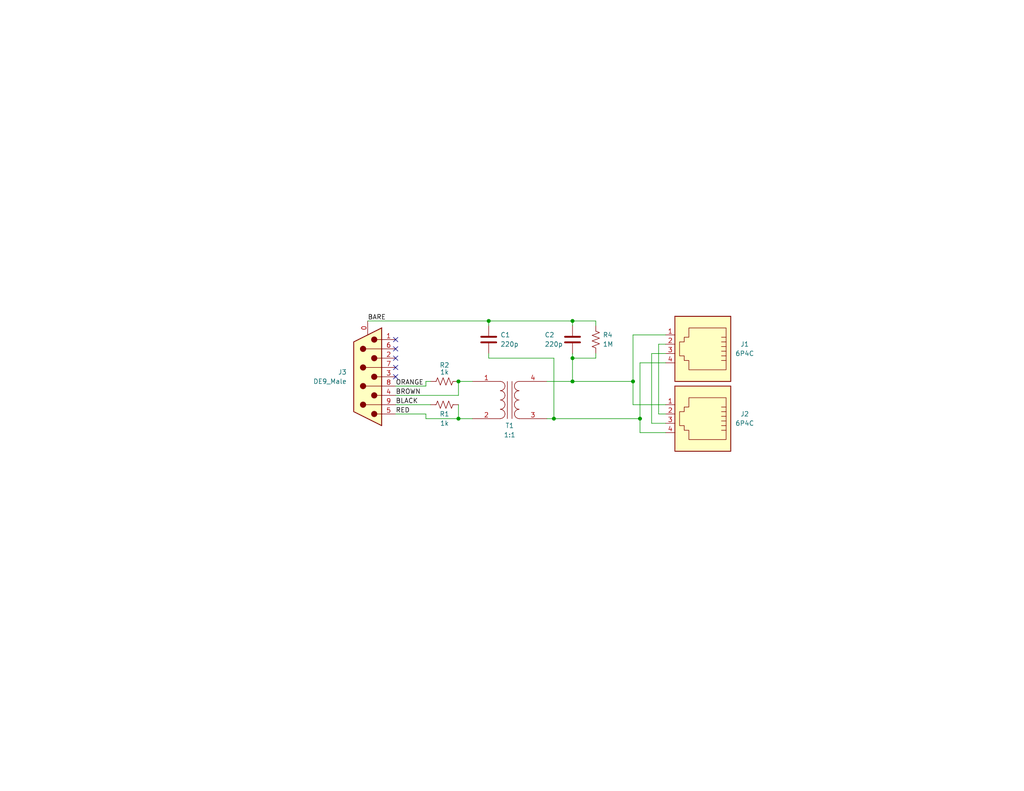
<source format=kicad_sch>
(kicad_sch (version 20230121) (generator eeschema)

  (uuid 2d4eaa37-8766-4075-9c24-8d7d77f60522)

  (paper "USLetter")

  (title_block
    (title "Digicard D-Net Box")
    (date "2024-01-09")
    (comment 2 "captured by Mark Aikens")
    (comment 3 "by Digicard")
    (comment 4 "Apple II networking card box")
  )

  (lib_symbols
    (symbol "Connector:6P4C" (pin_names (offset 1.016)) (in_bom yes) (on_board yes)
      (property "Reference" "J" (at -5.08 11.43 0)
        (effects (font (size 1.27 1.27)) (justify right))
      )
      (property "Value" "6P4C" (at 2.54 11.43 0)
        (effects (font (size 1.27 1.27)) (justify left))
      )
      (property "Footprint" "" (at 0 0.635 90)
        (effects (font (size 1.27 1.27)) hide)
      )
      (property "Datasheet" "~" (at 0 0.635 90)
        (effects (font (size 1.27 1.27)) hide)
      )
      (property "ki_keywords" "6P4C RJ socket connector" (at 0 0 0)
        (effects (font (size 1.27 1.27)) hide)
      )
      (property "ki_description" "RJ connector, 6P4C (6 positions 4 connected), RJ13/RJ14" (at 0 0 0)
        (effects (font (size 1.27 1.27)) hide)
      )
      (property "ki_fp_filters" "6P4C* RJ13* RJ14*" (at 0 0 0)
        (effects (font (size 1.27 1.27)) hide)
      )
      (symbol "6P4C_0_1"
        (polyline
          (pts
            (xy -6.35 -1.905)
            (xy -5.08 -1.905)
            (xy -5.08 -1.905)
          )
          (stroke (width 0) (type default))
          (fill (type none))
        )
        (polyline
          (pts
            (xy -6.35 -0.635)
            (xy -5.08 -0.635)
            (xy -5.08 -0.635)
          )
          (stroke (width 0) (type default))
          (fill (type none))
        )
        (polyline
          (pts
            (xy -6.35 0.635)
            (xy -5.08 0.635)
            (xy -5.08 0.635)
          )
          (stroke (width 0) (type default))
          (fill (type none))
        )
        (polyline
          (pts
            (xy -6.35 1.905)
            (xy -5.08 1.905)
            (xy -5.08 1.905)
          )
          (stroke (width 0) (type default))
          (fill (type none))
        )
        (polyline
          (pts
            (xy -6.35 3.175)
            (xy -5.08 3.175)
            (xy -5.08 3.175)
          )
          (stroke (width 0) (type default))
          (fill (type none))
        )
        (polyline
          (pts
            (xy -5.08 4.445)
            (xy -6.35 4.445)
            (xy -6.35 4.445)
          )
          (stroke (width 0) (type default))
          (fill (type none))
        )
        (polyline
          (pts
            (xy -6.35 -4.445)
            (xy -6.35 6.985)
            (xy 3.81 6.985)
            (xy 3.81 4.445)
            (xy 5.08 4.445)
            (xy 5.08 3.175)
            (xy 6.35 3.175)
            (xy 6.35 -0.635)
            (xy 5.08 -0.635)
            (xy 5.08 -1.905)
            (xy 3.81 -1.905)
            (xy 3.81 -4.445)
            (xy -6.35 -4.445)
            (xy -6.35 -4.445)
          )
          (stroke (width 0) (type default))
          (fill (type none))
        )
        (rectangle (start 7.62 10.16) (end -7.62 -7.62)
          (stroke (width 0.254) (type default))
          (fill (type background))
        )
      )
      (symbol "6P4C_1_1"
        (pin passive line (at 10.16 -2.54 180) (length 2.54)
          (name "~" (effects (font (size 1.27 1.27))))
          (number "1" (effects (font (size 1.27 1.27))))
        )
        (pin passive line (at 10.16 0 180) (length 2.54)
          (name "~" (effects (font (size 1.27 1.27))))
          (number "2" (effects (font (size 1.27 1.27))))
        )
        (pin passive line (at 10.16 2.54 180) (length 2.54)
          (name "~" (effects (font (size 1.27 1.27))))
          (number "3" (effects (font (size 1.27 1.27))))
        )
        (pin passive line (at 10.16 5.08 180) (length 2.54)
          (name "~" (effects (font (size 1.27 1.27))))
          (number "4" (effects (font (size 1.27 1.27))))
        )
      )
    )
    (symbol "Connector:DE9_Plug_MountingHoles" (pin_names (offset 1.016) hide) (in_bom yes) (on_board yes)
      (property "Reference" "J" (at 0 16.51 0)
        (effects (font (size 1.27 1.27)))
      )
      (property "Value" "DE9_Plug_MountingHoles" (at 0 14.605 0)
        (effects (font (size 1.27 1.27)))
      )
      (property "Footprint" "" (at 0 0 0)
        (effects (font (size 1.27 1.27)) hide)
      )
      (property "Datasheet" " ~" (at 0 0 0)
        (effects (font (size 1.27 1.27)) hide)
      )
      (property "ki_keywords" "connector plug male D-SUB DB9" (at 0 0 0)
        (effects (font (size 1.27 1.27)) hide)
      )
      (property "ki_description" "9-pin male plug pin D-SUB connector, Mounting Hole" (at 0 0 0)
        (effects (font (size 1.27 1.27)) hide)
      )
      (property "ki_fp_filters" "DSUB*Male*" (at 0 0 0)
        (effects (font (size 1.27 1.27)) hide)
      )
      (symbol "DE9_Plug_MountingHoles_0_1"
        (circle (center -1.778 -10.16) (radius 0.762)
          (stroke (width 0) (type default))
          (fill (type outline))
        )
        (circle (center -1.778 -5.08) (radius 0.762)
          (stroke (width 0) (type default))
          (fill (type outline))
        )
        (circle (center -1.778 0) (radius 0.762)
          (stroke (width 0) (type default))
          (fill (type outline))
        )
        (circle (center -1.778 5.08) (radius 0.762)
          (stroke (width 0) (type default))
          (fill (type outline))
        )
        (circle (center -1.778 10.16) (radius 0.762)
          (stroke (width 0) (type default))
          (fill (type outline))
        )
        (polyline
          (pts
            (xy -3.81 -10.16)
            (xy -2.54 -10.16)
          )
          (stroke (width 0) (type default))
          (fill (type none))
        )
        (polyline
          (pts
            (xy -3.81 -7.62)
            (xy 0.508 -7.62)
          )
          (stroke (width 0) (type default))
          (fill (type none))
        )
        (polyline
          (pts
            (xy -3.81 -5.08)
            (xy -2.54 -5.08)
          )
          (stroke (width 0) (type default))
          (fill (type none))
        )
        (polyline
          (pts
            (xy -3.81 -2.54)
            (xy 0.508 -2.54)
          )
          (stroke (width 0) (type default))
          (fill (type none))
        )
        (polyline
          (pts
            (xy -3.81 0)
            (xy -2.54 0)
          )
          (stroke (width 0) (type default))
          (fill (type none))
        )
        (polyline
          (pts
            (xy -3.81 2.54)
            (xy 0.508 2.54)
          )
          (stroke (width 0) (type default))
          (fill (type none))
        )
        (polyline
          (pts
            (xy -3.81 5.08)
            (xy -2.54 5.08)
          )
          (stroke (width 0) (type default))
          (fill (type none))
        )
        (polyline
          (pts
            (xy -3.81 7.62)
            (xy 0.508 7.62)
          )
          (stroke (width 0) (type default))
          (fill (type none))
        )
        (polyline
          (pts
            (xy -3.81 10.16)
            (xy -2.54 10.16)
          )
          (stroke (width 0) (type default))
          (fill (type none))
        )
        (polyline
          (pts
            (xy -3.81 -13.335)
            (xy -3.81 13.335)
            (xy 3.81 9.525)
            (xy 3.81 -9.525)
            (xy -3.81 -13.335)
          )
          (stroke (width 0.254) (type default))
          (fill (type background))
        )
        (circle (center 1.27 -7.62) (radius 0.762)
          (stroke (width 0) (type default))
          (fill (type outline))
        )
        (circle (center 1.27 -2.54) (radius 0.762)
          (stroke (width 0) (type default))
          (fill (type outline))
        )
        (circle (center 1.27 2.54) (radius 0.762)
          (stroke (width 0) (type default))
          (fill (type outline))
        )
        (circle (center 1.27 7.62) (radius 0.762)
          (stroke (width 0) (type default))
          (fill (type outline))
        )
      )
      (symbol "DE9_Plug_MountingHoles_1_1"
        (pin passive line (at 0 -15.24 90) (length 3.81)
          (name "PAD" (effects (font (size 1.27 1.27))))
          (number "0" (effects (font (size 1.27 1.27))))
        )
        (pin passive line (at -7.62 -10.16 0) (length 3.81)
          (name "1" (effects (font (size 1.27 1.27))))
          (number "1" (effects (font (size 1.27 1.27))))
        )
        (pin passive line (at -7.62 -5.08 0) (length 3.81)
          (name "2" (effects (font (size 1.27 1.27))))
          (number "2" (effects (font (size 1.27 1.27))))
        )
        (pin passive line (at -7.62 0 0) (length 3.81)
          (name "3" (effects (font (size 1.27 1.27))))
          (number "3" (effects (font (size 1.27 1.27))))
        )
        (pin passive line (at -7.62 5.08 0) (length 3.81)
          (name "4" (effects (font (size 1.27 1.27))))
          (number "4" (effects (font (size 1.27 1.27))))
        )
        (pin passive line (at -7.62 10.16 0) (length 3.81)
          (name "5" (effects (font (size 1.27 1.27))))
          (number "5" (effects (font (size 1.27 1.27))))
        )
        (pin passive line (at -7.62 -7.62 0) (length 3.81)
          (name "6" (effects (font (size 1.27 1.27))))
          (number "6" (effects (font (size 1.27 1.27))))
        )
        (pin passive line (at -7.62 -2.54 0) (length 3.81)
          (name "7" (effects (font (size 1.27 1.27))))
          (number "7" (effects (font (size 1.27 1.27))))
        )
        (pin passive line (at -7.62 2.54 0) (length 3.81)
          (name "8" (effects (font (size 1.27 1.27))))
          (number "8" (effects (font (size 1.27 1.27))))
        )
        (pin passive line (at -7.62 7.62 0) (length 3.81)
          (name "9" (effects (font (size 1.27 1.27))))
          (number "9" (effects (font (size 1.27 1.27))))
        )
      )
    )
    (symbol "Device:C" (pin_numbers hide) (pin_names (offset 0.254)) (in_bom yes) (on_board yes)
      (property "Reference" "C" (at 0.635 2.54 0)
        (effects (font (size 1.27 1.27)) (justify left))
      )
      (property "Value" "C" (at 0.635 -2.54 0)
        (effects (font (size 1.27 1.27)) (justify left))
      )
      (property "Footprint" "" (at 0.9652 -3.81 0)
        (effects (font (size 1.27 1.27)) hide)
      )
      (property "Datasheet" "~" (at 0 0 0)
        (effects (font (size 1.27 1.27)) hide)
      )
      (property "ki_keywords" "cap capacitor" (at 0 0 0)
        (effects (font (size 1.27 1.27)) hide)
      )
      (property "ki_description" "Unpolarized capacitor" (at 0 0 0)
        (effects (font (size 1.27 1.27)) hide)
      )
      (property "ki_fp_filters" "C_*" (at 0 0 0)
        (effects (font (size 1.27 1.27)) hide)
      )
      (symbol "C_0_1"
        (polyline
          (pts
            (xy -2.032 -0.762)
            (xy 2.032 -0.762)
          )
          (stroke (width 0.508) (type default))
          (fill (type none))
        )
        (polyline
          (pts
            (xy -2.032 0.762)
            (xy 2.032 0.762)
          )
          (stroke (width 0.508) (type default))
          (fill (type none))
        )
      )
      (symbol "C_1_1"
        (pin passive line (at 0 3.81 270) (length 2.794)
          (name "~" (effects (font (size 1.27 1.27))))
          (number "1" (effects (font (size 1.27 1.27))))
        )
        (pin passive line (at 0 -3.81 90) (length 2.794)
          (name "~" (effects (font (size 1.27 1.27))))
          (number "2" (effects (font (size 1.27 1.27))))
        )
      )
    )
    (symbol "Device:R_US" (pin_numbers hide) (pin_names (offset 0)) (in_bom yes) (on_board yes)
      (property "Reference" "R" (at 2.54 0 90)
        (effects (font (size 1.27 1.27)))
      )
      (property "Value" "R_US" (at -2.54 0 90)
        (effects (font (size 1.27 1.27)))
      )
      (property "Footprint" "" (at 1.016 -0.254 90)
        (effects (font (size 1.27 1.27)) hide)
      )
      (property "Datasheet" "~" (at 0 0 0)
        (effects (font (size 1.27 1.27)) hide)
      )
      (property "ki_keywords" "R res resistor" (at 0 0 0)
        (effects (font (size 1.27 1.27)) hide)
      )
      (property "ki_description" "Resistor, US symbol" (at 0 0 0)
        (effects (font (size 1.27 1.27)) hide)
      )
      (property "ki_fp_filters" "R_*" (at 0 0 0)
        (effects (font (size 1.27 1.27)) hide)
      )
      (symbol "R_US_0_1"
        (polyline
          (pts
            (xy 0 -2.286)
            (xy 0 -2.54)
          )
          (stroke (width 0) (type default))
          (fill (type none))
        )
        (polyline
          (pts
            (xy 0 2.286)
            (xy 0 2.54)
          )
          (stroke (width 0) (type default))
          (fill (type none))
        )
        (polyline
          (pts
            (xy 0 -0.762)
            (xy 1.016 -1.143)
            (xy 0 -1.524)
            (xy -1.016 -1.905)
            (xy 0 -2.286)
          )
          (stroke (width 0) (type default))
          (fill (type none))
        )
        (polyline
          (pts
            (xy 0 0.762)
            (xy 1.016 0.381)
            (xy 0 0)
            (xy -1.016 -0.381)
            (xy 0 -0.762)
          )
          (stroke (width 0) (type default))
          (fill (type none))
        )
        (polyline
          (pts
            (xy 0 2.286)
            (xy 1.016 1.905)
            (xy 0 1.524)
            (xy -1.016 1.143)
            (xy 0 0.762)
          )
          (stroke (width 0) (type default))
          (fill (type none))
        )
      )
      (symbol "R_US_1_1"
        (pin passive line (at 0 3.81 270) (length 1.27)
          (name "~" (effects (font (size 1.27 1.27))))
          (number "1" (effects (font (size 1.27 1.27))))
        )
        (pin passive line (at 0 -3.81 90) (length 1.27)
          (name "~" (effects (font (size 1.27 1.27))))
          (number "2" (effects (font (size 1.27 1.27))))
        )
      )
    )
    (symbol "Device:Transformer_1P_1S" (pin_names (offset 1.016) hide) (in_bom yes) (on_board yes)
      (property "Reference" "T" (at 0 6.35 0)
        (effects (font (size 1.27 1.27)))
      )
      (property "Value" "Transformer_1P_1S" (at 0 -7.62 0)
        (effects (font (size 1.27 1.27)))
      )
      (property "Footprint" "" (at 0 0 0)
        (effects (font (size 1.27 1.27)) hide)
      )
      (property "Datasheet" "~" (at 0 0 0)
        (effects (font (size 1.27 1.27)) hide)
      )
      (property "ki_keywords" "transformer coil magnet" (at 0 0 0)
        (effects (font (size 1.27 1.27)) hide)
      )
      (property "ki_description" "Transformer, single primary, single secondary" (at 0 0 0)
        (effects (font (size 1.27 1.27)) hide)
      )
      (symbol "Transformer_1P_1S_0_1"
        (arc (start -2.54 -5.0546) (mid -1.6599 -4.6901) (end -1.27 -3.81)
          (stroke (width 0) (type default))
          (fill (type none))
        )
        (arc (start -2.54 -2.5146) (mid -1.6599 -2.1501) (end -1.27 -1.27)
          (stroke (width 0) (type default))
          (fill (type none))
        )
        (arc (start -2.54 0.0254) (mid -1.6599 0.3899) (end -1.27 1.27)
          (stroke (width 0) (type default))
          (fill (type none))
        )
        (arc (start -2.54 2.5654) (mid -1.6599 2.9299) (end -1.27 3.81)
          (stroke (width 0) (type default))
          (fill (type none))
        )
        (arc (start -1.27 -3.81) (mid -1.642 -2.912) (end -2.54 -2.54)
          (stroke (width 0) (type default))
          (fill (type none))
        )
        (arc (start -1.27 -1.27) (mid -1.642 -0.372) (end -2.54 0)
          (stroke (width 0) (type default))
          (fill (type none))
        )
        (arc (start -1.27 1.27) (mid -1.642 2.168) (end -2.54 2.54)
          (stroke (width 0) (type default))
          (fill (type none))
        )
        (arc (start -1.27 3.81) (mid -1.642 4.708) (end -2.54 5.08)
          (stroke (width 0) (type default))
          (fill (type none))
        )
        (polyline
          (pts
            (xy -0.635 5.08)
            (xy -0.635 -5.08)
          )
          (stroke (width 0) (type default))
          (fill (type none))
        )
        (polyline
          (pts
            (xy 0.635 -5.08)
            (xy 0.635 5.08)
          )
          (stroke (width 0) (type default))
          (fill (type none))
        )
        (arc (start 1.2954 -1.27) (mid 1.6599 -2.1501) (end 2.54 -2.5146)
          (stroke (width 0) (type default))
          (fill (type none))
        )
        (arc (start 1.2954 1.27) (mid 1.6599 0.3899) (end 2.54 0.0254)
          (stroke (width 0) (type default))
          (fill (type none))
        )
        (arc (start 1.2954 3.81) (mid 1.6599 2.9299) (end 2.54 2.5654)
          (stroke (width 0) (type default))
          (fill (type none))
        )
        (arc (start 1.3208 -3.81) (mid 1.6853 -4.6901) (end 2.5654 -5.0546)
          (stroke (width 0) (type default))
          (fill (type none))
        )
        (arc (start 2.54 0) (mid 1.642 -0.372) (end 1.2954 -1.27)
          (stroke (width 0) (type default))
          (fill (type none))
        )
        (arc (start 2.54 2.54) (mid 1.642 2.168) (end 1.2954 1.27)
          (stroke (width 0) (type default))
          (fill (type none))
        )
        (arc (start 2.54 5.08) (mid 1.642 4.708) (end 1.2954 3.81)
          (stroke (width 0) (type default))
          (fill (type none))
        )
        (arc (start 2.5654 -2.54) (mid 1.6674 -2.912) (end 1.3208 -3.81)
          (stroke (width 0) (type default))
          (fill (type none))
        )
      )
      (symbol "Transformer_1P_1S_1_1"
        (pin passive line (at -10.16 5.08 0) (length 7.62)
          (name "AA" (effects (font (size 1.27 1.27))))
          (number "1" (effects (font (size 1.27 1.27))))
        )
        (pin passive line (at -10.16 -5.08 0) (length 7.62)
          (name "AB" (effects (font (size 1.27 1.27))))
          (number "2" (effects (font (size 1.27 1.27))))
        )
        (pin passive line (at 10.16 -5.08 180) (length 7.62)
          (name "SA" (effects (font (size 1.27 1.27))))
          (number "3" (effects (font (size 1.27 1.27))))
        )
        (pin passive line (at 10.16 5.08 180) (length 7.62)
          (name "SB" (effects (font (size 1.27 1.27))))
          (number "4" (effects (font (size 1.27 1.27))))
        )
      )
    )
  )

  (junction (at 156.21 104.14) (diameter 0) (color 0 0 0 0)
    (uuid 03b86084-d3df-4e1c-b514-cbadbead0336)
  )
  (junction (at 172.72 104.14) (diameter 0) (color 0 0 0 0)
    (uuid 128c7b0c-b080-464e-a4fb-4ae7e0e29c2c)
  )
  (junction (at 125.095 104.14) (diameter 0) (color 0 0 0 0)
    (uuid 22cda38a-da80-46d7-b6ff-d648f3fd9849)
  )
  (junction (at 133.35 87.63) (diameter 0) (color 0 0 0 0)
    (uuid 5a0b3819-4bd9-419c-94fa-123c0bc7eee3)
  )
  (junction (at 125.095 114.3) (diameter 0) (color 0 0 0 0)
    (uuid 877cd944-d688-4191-9225-d9c92b20b931)
  )
  (junction (at 174.625 114.3) (diameter 0) (color 0 0 0 0)
    (uuid 949c851a-f6eb-4c1e-bda3-fc6c13463b00)
  )
  (junction (at 156.21 97.79) (diameter 0) (color 0 0 0 0)
    (uuid a05fcafd-0db8-49ae-821d-ca0e17719846)
  )
  (junction (at 156.21 87.63) (diameter 0) (color 0 0 0 0)
    (uuid b994db2f-317b-4e81-b21b-763d1bed2a38)
  )
  (junction (at 151.13 114.3) (diameter 0) (color 0 0 0 0)
    (uuid ba6bba3c-ec37-4d83-be1b-e62585c822e7)
  )

  (no_connect (at 107.95 92.71) (uuid 0911349e-e604-4af1-80a3-6a8d1803fdac))
  (no_connect (at 107.95 102.87) (uuid 0974fa62-014e-4ca6-875d-f04326b32f4e))
  (no_connect (at 107.95 97.79) (uuid 3762404d-1801-43e8-b176-923df1cfdf25))
  (no_connect (at 107.95 95.25) (uuid 38167fc0-2afb-4b1a-b791-f1c30fe54264))
  (no_connect (at 107.95 100.33) (uuid db95ec77-88eb-4e6a-a081-650748b43315))

  (wire (pts (xy 149.225 104.14) (xy 156.21 104.14))
    (stroke (width 0) (type default))
    (uuid 06db1d1a-d5f3-475e-88e4-4fb565d5eb9a)
  )
  (wire (pts (xy 107.95 113.03) (xy 116.205 113.03))
    (stroke (width 0) (type default))
    (uuid 1034ff3d-3fa1-412c-87bc-3d3c9ea003c6)
  )
  (wire (pts (xy 162.56 97.79) (xy 162.56 96.52))
    (stroke (width 0) (type default))
    (uuid 16991af0-7cae-4dfd-8bdf-1376175487df)
  )
  (wire (pts (xy 181.61 96.52) (xy 177.8 96.52))
    (stroke (width 0) (type default))
    (uuid 216c6279-cd78-4114-8d80-8f10700798bc)
  )
  (wire (pts (xy 174.625 99.06) (xy 174.625 114.3))
    (stroke (width 0) (type default))
    (uuid 2ead2cab-f507-4cdf-b0a7-9a1db2ac29fa)
  )
  (wire (pts (xy 116.205 104.14) (xy 116.205 105.41))
    (stroke (width 0) (type default))
    (uuid 30288505-726d-4aab-b666-8961314730a8)
  )
  (wire (pts (xy 172.72 91.44) (xy 172.72 104.14))
    (stroke (width 0) (type default))
    (uuid 3f876de6-ceaa-4a33-8d5c-5d017d3ae1aa)
  )
  (wire (pts (xy 107.95 110.49) (xy 117.475 110.49))
    (stroke (width 0) (type default))
    (uuid 41935c15-d90a-44a4-8b0d-971f7e69e845)
  )
  (wire (pts (xy 133.35 87.63) (xy 156.21 87.63))
    (stroke (width 0) (type default))
    (uuid 45c76755-6cc2-447d-bef3-064a7380df31)
  )
  (wire (pts (xy 162.56 87.63) (xy 162.56 88.9))
    (stroke (width 0) (type default))
    (uuid 465979a4-901e-4bf3-80c2-b18257cd49d2)
  )
  (wire (pts (xy 116.205 113.03) (xy 116.205 114.3))
    (stroke (width 0) (type default))
    (uuid 4e2934b7-ef5e-4eef-b315-8b87528053ae)
  )
  (wire (pts (xy 116.205 105.41) (xy 107.95 105.41))
    (stroke (width 0) (type default))
    (uuid 56b45434-a2d0-478f-a75a-40f254654656)
  )
  (wire (pts (xy 125.095 104.14) (xy 125.095 107.95))
    (stroke (width 0) (type default))
    (uuid 5a2a3af5-5404-4937-be31-5fabb893f6e8)
  )
  (wire (pts (xy 156.21 87.63) (xy 162.56 87.63))
    (stroke (width 0) (type default))
    (uuid 5a4a0bbb-b7ca-48fb-a4c0-3feaab2a4dbf)
  )
  (wire (pts (xy 181.61 118.11) (xy 174.625 118.11))
    (stroke (width 0) (type default))
    (uuid 655f9528-d159-438b-8e4e-9742b70c898a)
  )
  (wire (pts (xy 116.205 104.14) (xy 117.475 104.14))
    (stroke (width 0) (type default))
    (uuid 70d42ce2-921c-449a-9119-a412f7bce424)
  )
  (wire (pts (xy 100.33 87.63) (xy 133.35 87.63))
    (stroke (width 0) (type default))
    (uuid 7321cdc0-add8-4a74-935f-1f67ee538337)
  )
  (wire (pts (xy 125.095 104.14) (xy 128.905 104.14))
    (stroke (width 0) (type default))
    (uuid 76e9795c-e614-42da-a9a2-34b9e0121840)
  )
  (wire (pts (xy 181.61 110.49) (xy 172.72 110.49))
    (stroke (width 0) (type default))
    (uuid 8ee3b181-3977-4f56-836e-d666107442a5)
  )
  (wire (pts (xy 125.095 110.49) (xy 125.095 114.3))
    (stroke (width 0) (type default))
    (uuid 9017ad8c-43a3-4813-8a46-f85a3b3a5eff)
  )
  (wire (pts (xy 181.61 93.98) (xy 179.705 93.98))
    (stroke (width 0) (type default))
    (uuid 932ddf01-ab33-4442-9a68-c947eb021a76)
  )
  (wire (pts (xy 116.205 114.3) (xy 125.095 114.3))
    (stroke (width 0) (type default))
    (uuid 9a8bba23-da15-4f26-a4b0-69877ee02007)
  )
  (wire (pts (xy 149.225 114.3) (xy 151.13 114.3))
    (stroke (width 0) (type default))
    (uuid 9fefc938-455d-4986-bdd1-5056ba56e6d5)
  )
  (wire (pts (xy 172.72 91.44) (xy 181.61 91.44))
    (stroke (width 0) (type default))
    (uuid a4f456dc-8d31-43d7-baff-6cdb9ea4ba7b)
  )
  (wire (pts (xy 133.35 97.79) (xy 151.13 97.79))
    (stroke (width 0) (type default))
    (uuid a9a49162-f225-4916-bbd0-a47dbcb57a42)
  )
  (wire (pts (xy 179.705 113.03) (xy 181.61 113.03))
    (stroke (width 0) (type default))
    (uuid ac9cfbe7-baca-415a-8d4a-d671ecf0330d)
  )
  (wire (pts (xy 133.35 88.9) (xy 133.35 87.63))
    (stroke (width 0) (type default))
    (uuid b08bc130-5270-4128-8035-f9bf1e14e465)
  )
  (wire (pts (xy 156.21 97.79) (xy 156.21 104.14))
    (stroke (width 0) (type default))
    (uuid b4b4c50e-585b-44c6-868b-2be04012cf18)
  )
  (wire (pts (xy 107.95 107.95) (xy 125.095 107.95))
    (stroke (width 0) (type default))
    (uuid b8ac9f03-09a6-4ac2-9bc2-e3c087fce9e3)
  )
  (wire (pts (xy 133.35 97.79) (xy 133.35 96.52))
    (stroke (width 0) (type default))
    (uuid ba13c4dd-7b1d-4e32-8dbc-b23cc262e99c)
  )
  (wire (pts (xy 156.21 97.79) (xy 156.21 96.52))
    (stroke (width 0) (type default))
    (uuid ba384a6b-30ee-4617-86f0-f21c698640bc)
  )
  (wire (pts (xy 177.8 96.52) (xy 177.8 115.57))
    (stroke (width 0) (type default))
    (uuid c0bffbb7-c16d-4c9d-9f41-5c5897731ed9)
  )
  (wire (pts (xy 177.8 115.57) (xy 181.61 115.57))
    (stroke (width 0) (type default))
    (uuid caf29b8d-d657-441c-ae77-288dbd38c870)
  )
  (wire (pts (xy 174.625 114.3) (xy 174.625 118.11))
    (stroke (width 0) (type default))
    (uuid ce41dc18-dc75-40d3-9b6f-76f467a90289)
  )
  (wire (pts (xy 172.72 104.14) (xy 172.72 110.49))
    (stroke (width 0) (type default))
    (uuid ce5ef336-0a65-4efa-8131-274bd89d8830)
  )
  (wire (pts (xy 156.21 88.9) (xy 156.21 87.63))
    (stroke (width 0) (type default))
    (uuid d5a5c22f-414a-48ca-96f8-c164e2fa43b1)
  )
  (wire (pts (xy 181.61 99.06) (xy 174.625 99.06))
    (stroke (width 0) (type default))
    (uuid db0fdd54-3b0a-4152-8f7a-0e003b26ae52)
  )
  (wire (pts (xy 125.095 114.3) (xy 128.905 114.3))
    (stroke (width 0) (type default))
    (uuid df710195-83e1-4a89-b81d-ea2ea698d521)
  )
  (wire (pts (xy 151.13 114.3) (xy 174.625 114.3))
    (stroke (width 0) (type default))
    (uuid e568926f-72ec-41f8-987d-8ecfb8b30902)
  )
  (wire (pts (xy 151.13 114.3) (xy 151.13 97.79))
    (stroke (width 0) (type default))
    (uuid f151ba9d-7ba2-4db6-b848-c441990030b0)
  )
  (wire (pts (xy 156.21 97.79) (xy 162.56 97.79))
    (stroke (width 0) (type default))
    (uuid f92d212d-fe3a-44ff-8fe4-b3cbaeb0189f)
  )
  (wire (pts (xy 179.705 93.98) (xy 179.705 113.03))
    (stroke (width 0) (type default))
    (uuid fbaa9026-64a6-4327-b5af-346936b53285)
  )
  (wire (pts (xy 156.21 104.14) (xy 172.72 104.14))
    (stroke (width 0) (type default))
    (uuid fe876ebb-bf4d-4827-b61a-e46eda6a3a1e)
  )

  (label "ORANGE" (at 107.95 105.41 0) (fields_autoplaced)
    (effects (font (size 1.27 1.27)) (justify left bottom))
    (uuid 4c0cede3-d44a-4ee8-b3a1-4ec9db775de6)
  )
  (label "BROWN" (at 107.95 107.95 0) (fields_autoplaced)
    (effects (font (size 1.27 1.27)) (justify left bottom))
    (uuid 6ef6525a-cdeb-4fc3-aa02-2f99d5c0eae2)
  )
  (label "BLACK" (at 107.95 110.49 0) (fields_autoplaced)
    (effects (font (size 1.27 1.27)) (justify left bottom))
    (uuid ebe563d8-87b8-4d7f-b708-1bc556ec7b3b)
  )
  (label "RED" (at 107.95 113.03 0) (fields_autoplaced)
    (effects (font (size 1.27 1.27)) (justify left bottom))
    (uuid f68206ca-0f67-4e1b-94f4-deb5e53ef30a)
  )
  (label "BARE" (at 100.33 87.63 0) (fields_autoplaced)
    (effects (font (size 1.27 1.27)) (justify left bottom))
    (uuid fbc68bcd-229c-4cd1-9302-bd8109ce5381)
  )

  (symbol (lib_id "Connector:DE9_Plug_MountingHoles") (at 100.33 102.87 180) (unit 1)
    (in_bom yes) (on_board yes) (dnp no) (fields_autoplaced)
    (uuid 08ce62e2-ede6-418d-b2af-0177ff7d1448)
    (property "Reference" "J3" (at 94.615 101.6 0)
      (effects (font (size 1.27 1.27)) (justify left))
    )
    (property "Value" "DE9_Male" (at 94.615 104.14 0)
      (effects (font (size 1.27 1.27)) (justify left))
    )
    (property "Footprint" "" (at 100.33 102.87 0)
      (effects (font (size 1.27 1.27)) hide)
    )
    (property "Datasheet" " ~" (at 100.33 102.87 0)
      (effects (font (size 1.27 1.27)) hide)
    )
    (pin "0" (uuid a82aca5d-0b72-44fe-aa9e-9a18786ff2d8))
    (pin "1" (uuid ab0d89cf-5299-471a-8b26-30b5e8d403df))
    (pin "2" (uuid cec2281b-5405-4a3f-9f7b-c3004be2ec28))
    (pin "3" (uuid 08446493-4969-4622-8991-803eaccaa76d))
    (pin "4" (uuid bb2079e6-e854-434a-977a-da38b537ec2f))
    (pin "5" (uuid 8a3c8188-e00b-4d68-a320-e09a85b56945))
    (pin "6" (uuid 7785dad0-03c2-474d-b7c2-c2975be1e56e))
    (pin "7" (uuid ba55a392-f516-4127-bcb1-1e6468dca20b))
    (pin "8" (uuid 6a56b365-0d32-4fa1-b440-e4587b62b459))
    (pin "9" (uuid e57185e2-1e9d-4ac1-a16e-7a5cda0f0034))
    (instances
      (project "Digicard-D-Net-Box"
        (path "/2d4eaa37-8766-4075-9c24-8d7d77f60522"
          (reference "J3") (unit 1)
        )
      )
    )
  )

  (symbol (lib_id "Device:R_US") (at 121.285 110.49 90) (unit 1)
    (in_bom yes) (on_board yes) (dnp no)
    (uuid 18d35ca2-d3d6-46b6-b1f9-a8bc66bd714e)
    (property "Reference" "R1" (at 121.285 113.03 90)
      (effects (font (size 1.27 1.27)))
    )
    (property "Value" "1k" (at 121.285 115.57 90)
      (effects (font (size 1.27 1.27)))
    )
    (property "Footprint" "" (at 121.539 109.474 90)
      (effects (font (size 1.27 1.27)) hide)
    )
    (property "Datasheet" "~" (at 121.285 110.49 0)
      (effects (font (size 1.27 1.27)) hide)
    )
    (pin "1" (uuid 53fad656-c1ad-4b31-9252-04a5215503d8))
    (pin "2" (uuid 66908602-2ac5-4f5b-8824-decc490ec212))
    (instances
      (project "Digicard-D-Net-Box"
        (path "/2d4eaa37-8766-4075-9c24-8d7d77f60522"
          (reference "R1") (unit 1)
        )
      )
    )
  )

  (symbol (lib_id "Device:C") (at 156.21 92.71 180) (unit 1)
    (in_bom yes) (on_board yes) (dnp no)
    (uuid 1a6db603-a169-4b10-9166-dda7f2898992)
    (property "Reference" "C2" (at 148.59 91.44 0)
      (effects (font (size 1.27 1.27)) (justify right))
    )
    (property "Value" "220p" (at 148.59 93.98 0)
      (effects (font (size 1.27 1.27)) (justify right))
    )
    (property "Footprint" "" (at 155.2448 88.9 0)
      (effects (font (size 1.27 1.27)) hide)
    )
    (property "Datasheet" "~" (at 156.21 92.71 0)
      (effects (font (size 1.27 1.27)) hide)
    )
    (pin "1" (uuid 0f70ae32-1af7-45ae-92c5-8f22b4427641))
    (pin "2" (uuid 10a501bb-bde3-41e0-8cb9-aeee2c64eadf))
    (instances
      (project "Digicard-D-Net-Box"
        (path "/2d4eaa37-8766-4075-9c24-8d7d77f60522"
          (reference "C2") (unit 1)
        )
      )
    )
  )

  (symbol (lib_id "Connector:6P4C") (at 191.77 113.03 180) (unit 1)
    (in_bom yes) (on_board yes) (dnp no)
    (uuid 4baecf10-17f5-42d9-9229-1d58032ee90d)
    (property "Reference" "J2" (at 203.2 113.03 0)
      (effects (font (size 1.27 1.27)))
    )
    (property "Value" "6P4C" (at 203.2 115.57 0)
      (effects (font (size 1.27 1.27)))
    )
    (property "Footprint" "" (at 191.77 113.665 90)
      (effects (font (size 1.27 1.27)) hide)
    )
    (property "Datasheet" "~" (at 191.77 113.665 90)
      (effects (font (size 1.27 1.27)) hide)
    )
    (pin "1" (uuid 46d3ff4c-034d-4836-8953-ee857d0be377))
    (pin "2" (uuid a5d1657a-6ad8-4179-9086-7c8eaf28029b))
    (pin "3" (uuid fb2f9727-a3d7-4cf4-be55-21c9f7e1b17a))
    (pin "4" (uuid 9c50d8dc-649e-40c4-8a7b-f086a88be783))
    (instances
      (project "Digicard-D-Net-Box"
        (path "/2d4eaa37-8766-4075-9c24-8d7d77f60522"
          (reference "J2") (unit 1)
        )
      )
    )
  )

  (symbol (lib_id "Connector:6P4C") (at 191.77 93.98 180) (unit 1)
    (in_bom yes) (on_board yes) (dnp no)
    (uuid 57640382-a5d3-4474-947a-3e595b74d3c9)
    (property "Reference" "J1" (at 203.2 93.98 0)
      (effects (font (size 1.27 1.27)))
    )
    (property "Value" "6P4C" (at 203.2 96.52 0)
      (effects (font (size 1.27 1.27)))
    )
    (property "Footprint" "" (at 191.77 94.615 90)
      (effects (font (size 1.27 1.27)) hide)
    )
    (property "Datasheet" "~" (at 191.77 94.615 90)
      (effects (font (size 1.27 1.27)) hide)
    )
    (pin "1" (uuid 95176a93-e372-4e4a-94a5-2687f50b9eed))
    (pin "2" (uuid c27d850f-0a8f-4c77-b383-50862a390e78))
    (pin "3" (uuid 50046f58-774b-4aa0-ac8b-b8038cb760df))
    (pin "4" (uuid d109529f-23a8-4357-a83b-f95bb3e0bdfb))
    (instances
      (project "Digicard-D-Net-Box"
        (path "/2d4eaa37-8766-4075-9c24-8d7d77f60522"
          (reference "J1") (unit 1)
        )
      )
    )
  )

  (symbol (lib_id "Device:Transformer_1P_1S") (at 139.065 109.22 0) (unit 1)
    (in_bom yes) (on_board yes) (dnp no)
    (uuid 7235a4f0-38d7-4efa-b57b-bc51a05f9e2b)
    (property "Reference" "T1" (at 139.065 116.205 0)
      (effects (font (size 1.27 1.27)))
    )
    (property "Value" "1:1" (at 139.065 118.745 0)
      (effects (font (size 1.27 1.27)))
    )
    (property "Footprint" "" (at 139.065 109.22 0)
      (effects (font (size 1.27 1.27)) hide)
    )
    (property "Datasheet" "~" (at 139.065 109.22 0)
      (effects (font (size 1.27 1.27)) hide)
    )
    (pin "1" (uuid e1b8a788-8af5-4b9a-8013-3970e10106ac))
    (pin "2" (uuid 044297ff-a94e-45ee-828b-fe6ff6a954c9))
    (pin "3" (uuid fba142c2-c7c5-45e6-a694-4b6f1e786d00))
    (pin "4" (uuid d156f80d-e15e-4c7d-b9f0-b7c11f237307))
    (instances
      (project "Digicard-D-Net-Box"
        (path "/2d4eaa37-8766-4075-9c24-8d7d77f60522"
          (reference "T1") (unit 1)
        )
      )
    )
  )

  (symbol (lib_id "Device:R_US") (at 162.56 92.71 180) (unit 1)
    (in_bom yes) (on_board yes) (dnp no) (fields_autoplaced)
    (uuid 853f1d85-65e2-4e96-9d54-26563caae23f)
    (property "Reference" "R4" (at 164.465 91.44 0)
      (effects (font (size 1.27 1.27)) (justify right))
    )
    (property "Value" "1M" (at 164.465 93.98 0)
      (effects (font (size 1.27 1.27)) (justify right))
    )
    (property "Footprint" "" (at 161.544 92.456 90)
      (effects (font (size 1.27 1.27)) hide)
    )
    (property "Datasheet" "~" (at 162.56 92.71 0)
      (effects (font (size 1.27 1.27)) hide)
    )
    (pin "1" (uuid 99a9c3f9-bfa7-4d9d-93b5-094f134435d1))
    (pin "2" (uuid 340d0493-0c70-4aa9-b4ca-b36738391996))
    (instances
      (project "Digicard-D-Net-Box"
        (path "/2d4eaa37-8766-4075-9c24-8d7d77f60522"
          (reference "R4") (unit 1)
        )
      )
    )
  )

  (symbol (lib_id "Device:R_US") (at 121.285 104.14 90) (unit 1)
    (in_bom yes) (on_board yes) (dnp no)
    (uuid cef61169-35fd-4369-a202-ad5c25048fdf)
    (property "Reference" "R2" (at 121.285 99.695 90)
      (effects (font (size 1.27 1.27)))
    )
    (property "Value" "1k" (at 121.285 101.6 90)
      (effects (font (size 1.27 1.27)))
    )
    (property "Footprint" "" (at 121.539 103.124 90)
      (effects (font (size 1.27 1.27)) hide)
    )
    (property "Datasheet" "~" (at 121.285 104.14 0)
      (effects (font (size 1.27 1.27)) hide)
    )
    (pin "1" (uuid 93ad35a8-ae72-4d1e-be6f-62472237e8f1))
    (pin "2" (uuid 21efcd7f-400e-476a-ae46-3be1f9e65d55))
    (instances
      (project "Digicard-D-Net-Box"
        (path "/2d4eaa37-8766-4075-9c24-8d7d77f60522"
          (reference "R2") (unit 1)
        )
      )
    )
  )

  (symbol (lib_id "Device:C") (at 133.35 92.71 180) (unit 1)
    (in_bom yes) (on_board yes) (dnp no)
    (uuid f4a42bfd-322f-4db6-8385-df2dc89d6dc4)
    (property "Reference" "C1" (at 136.525 91.44 0)
      (effects (font (size 1.27 1.27)) (justify right))
    )
    (property "Value" "220p" (at 136.525 93.98 0)
      (effects (font (size 1.27 1.27)) (justify right))
    )
    (property "Footprint" "" (at 132.3848 88.9 0)
      (effects (font (size 1.27 1.27)) hide)
    )
    (property "Datasheet" "~" (at 133.35 92.71 0)
      (effects (font (size 1.27 1.27)) hide)
    )
    (pin "1" (uuid b923c770-99a5-4924-8ea4-7ee8a0d9de20))
    (pin "2" (uuid 00204605-625f-4dbb-ae41-4ec73af89f74))
    (instances
      (project "Digicard-D-Net-Box"
        (path "/2d4eaa37-8766-4075-9c24-8d7d77f60522"
          (reference "C1") (unit 1)
        )
      )
    )
  )

  (sheet_instances
    (path "/" (page "1"))
  )
)

</source>
